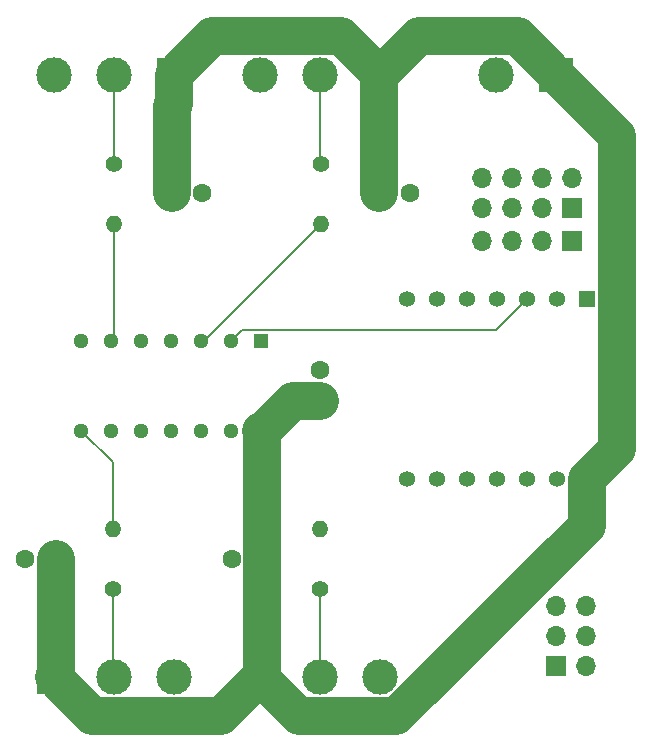
<source format=gbr>
%TF.GenerationSoftware,KiCad,Pcbnew,8.0.2*%
%TF.CreationDate,2024-06-01T13:56:36-03:00*%
%TF.ProjectId,Porthole Controller,506f7274-686f-46c6-9520-436f6e74726f,1*%
%TF.SameCoordinates,Original*%
%TF.FileFunction,Copper,L1,Top*%
%TF.FilePolarity,Positive*%
%FSLAX46Y46*%
G04 Gerber Fmt 4.6, Leading zero omitted, Abs format (unit mm)*
G04 Created by KiCad (PCBNEW 8.0.2) date 2024-06-01 13:56:36*
%MOMM*%
%LPD*%
G01*
G04 APERTURE LIST*
%TA.AperFunction,ComponentPad*%
%ADD10R,3.000000X3.000000*%
%TD*%
%TA.AperFunction,ComponentPad*%
%ADD11C,3.000000*%
%TD*%
%TA.AperFunction,ComponentPad*%
%ADD12R,1.700000X1.700000*%
%TD*%
%TA.AperFunction,ComponentPad*%
%ADD13O,1.700000X1.700000*%
%TD*%
%TA.AperFunction,ComponentPad*%
%ADD14R,1.600000X1.600000*%
%TD*%
%TA.AperFunction,ComponentPad*%
%ADD15C,1.600000*%
%TD*%
%TA.AperFunction,ComponentPad*%
%ADD16C,1.400000*%
%TD*%
%TA.AperFunction,ComponentPad*%
%ADD17O,1.400000X1.400000*%
%TD*%
%TA.AperFunction,ComponentPad*%
%ADD18R,1.295400X1.295400*%
%TD*%
%TA.AperFunction,ComponentPad*%
%ADD19C,1.295400*%
%TD*%
%TA.AperFunction,ComponentPad*%
%ADD20R,1.358000X1.358000*%
%TD*%
%TA.AperFunction,ComponentPad*%
%ADD21C,1.358000*%
%TD*%
%TA.AperFunction,Conductor*%
%ADD22C,3.175000*%
%TD*%
%TA.AperFunction,Conductor*%
%ADD23C,0.200000*%
%TD*%
G04 APERTURE END LIST*
D10*
%TO.P,J4,1,Pin_1*%
%TO.N,5V*%
X164920000Y-133500000D03*
D11*
%TO.P,J4,2,Pin_2*%
%TO.N,STRIP4*%
X170000000Y-133500000D03*
%TO.P,J4,3,Pin_3*%
%TO.N,GND*%
X175080000Y-133500000D03*
%TD*%
D12*
%TO.P,J8,1,Pin_1*%
%TO.N,D0*%
X191300000Y-96525000D03*
D13*
%TO.P,J8,2,Pin_2*%
%TO.N,D1*%
X188760000Y-96525000D03*
%TO.P,J8,3,Pin_3*%
%TO.N,D4*%
X186220000Y-96525000D03*
%TO.P,J8,4,Pin_4*%
%TO.N,D5*%
X183680000Y-96525000D03*
%TD*%
D14*
%TO.P,C2,1*%
%TO.N,5V*%
X175080000Y-92500000D03*
D15*
%TO.P,C2,2*%
%TO.N,GND*%
X177580000Y-92500000D03*
%TD*%
D10*
%TO.P,J1,1,Pin_1*%
%TO.N,5V*%
X175080000Y-82500000D03*
D11*
%TO.P,J1,2,Pin_2*%
%TO.N,STRIP1*%
X170000000Y-82500000D03*
%TO.P,J1,3,Pin_3*%
%TO.N,GND*%
X164920000Y-82500000D03*
%TD*%
D10*
%TO.P,J3,1,Pin_1*%
%TO.N,5V*%
X147420000Y-133500000D03*
D11*
%TO.P,J3,2,Pin_2*%
%TO.N,STRIP3*%
X152500000Y-133500000D03*
%TO.P,J3,3,Pin_3*%
%TO.N,GND*%
X157580000Y-133500000D03*
%TD*%
D14*
%TO.P,C3,1*%
%TO.N,5V*%
X157500000Y-92500000D03*
D15*
%TO.P,C3,2*%
%TO.N,GND*%
X160000000Y-92500000D03*
%TD*%
D12*
%TO.P,J6,1,Pin_1*%
%TO.N,3.3V*%
X191300000Y-93790000D03*
D13*
%TO.P,J6,2,Pin_2*%
%TO.N,GND*%
X191300000Y-91250000D03*
%TO.P,J6,3,Pin_3*%
%TO.N,3.3V*%
X188760000Y-93790000D03*
%TO.P,J6,4,Pin_4*%
%TO.N,GND*%
X188760000Y-91250000D03*
%TO.P,J6,5,Pin_5*%
%TO.N,3.3V*%
X186220000Y-93790000D03*
%TO.P,J6,6,Pin_6*%
%TO.N,GND*%
X186220000Y-91250000D03*
%TO.P,J6,7,Pin_7*%
%TO.N,3.3V*%
X183680000Y-93790000D03*
%TO.P,J6,8,Pin_8*%
%TO.N,GND*%
X183680000Y-91250000D03*
%TD*%
D14*
%TO.P,C5,1*%
%TO.N,5V*%
X165000000Y-123500000D03*
D15*
%TO.P,C5,2*%
%TO.N,GND*%
X162500000Y-123500000D03*
%TD*%
D16*
%TO.P,R1,1*%
%TO.N,STRIP1*%
X170080000Y-90000000D03*
D17*
%TO.P,R1,2*%
%TO.N,Net-(U2-1Y)*%
X170080000Y-95080000D03*
%TD*%
D12*
%TO.P,J5,1,Pin_1*%
%TO.N,GND*%
X189960000Y-132540000D03*
D13*
%TO.P,J5,2,Pin_2*%
X192500000Y-132540000D03*
%TO.P,J5,3,Pin_3*%
%TO.N,WS*%
X189960000Y-130000000D03*
%TO.P,J5,4,Pin_4*%
%TO.N,3.3V*%
X192500000Y-130000000D03*
%TO.P,J5,5,Pin_5*%
%TO.N,SCK*%
X189960000Y-127460000D03*
%TO.P,J5,6,Pin_6*%
%TO.N,SD*%
X192500000Y-127460000D03*
%TD*%
D16*
%TO.P,R3,1*%
%TO.N,STRIP3*%
X152420000Y-126000000D03*
D17*
%TO.P,R3,2*%
%TO.N,Net-(U2-3Y)*%
X152420000Y-120920000D03*
%TD*%
D18*
%TO.P,U2,1,1~{OE}*%
%TO.N,GND*%
X165000000Y-105000000D03*
D19*
%TO.P,U2,2,1A*%
%TO.N,D2*%
X162460000Y-105000000D03*
%TO.P,U2,3,1Y*%
%TO.N,Net-(U2-1Y)*%
X159920000Y-105000000D03*
%TO.P,U2,4,2~{OE}*%
%TO.N,GND*%
X157380000Y-105000000D03*
%TO.P,U2,5,2A*%
%TO.N,D3*%
X154840000Y-105000000D03*
%TO.P,U2,6,2Y*%
%TO.N,Net-(U2-2Y)*%
X152300000Y-105000000D03*
%TO.P,U2,7,GND*%
%TO.N,GND*%
X149760000Y-105000000D03*
%TO.P,U2,8,3Y*%
%TO.N,Net-(U2-3Y)*%
X149760000Y-112620000D03*
%TO.P,U2,9,3A*%
%TO.N,D6*%
X152300000Y-112620000D03*
%TO.P,U2,10,3~{OE}*%
%TO.N,GND*%
X154840000Y-112620000D03*
%TO.P,U2,11,4Y*%
%TO.N,Net-(U2-4Y)*%
X157380000Y-112620000D03*
%TO.P,U2,12,4A*%
%TO.N,D7*%
X159920000Y-112620000D03*
%TO.P,U2,13,4~{OE}*%
%TO.N,GND*%
X162460000Y-112620000D03*
%TO.P,U2,14,VCC*%
%TO.N,5V*%
X165000000Y-112620000D03*
%TD*%
D10*
%TO.P,J7,1,Pin_1*%
%TO.N,5V*%
X190000000Y-82500000D03*
D11*
%TO.P,J7,2,Pin_2*%
%TO.N,GND*%
X184920000Y-82500000D03*
%TD*%
D15*
%TO.P,C1,1*%
%TO.N,5V*%
X170000000Y-110000000D03*
%TO.P,C1,2*%
%TO.N,GND*%
X170000000Y-107500000D03*
%TD*%
D14*
%TO.P,C4,1*%
%TO.N,5V*%
X147500000Y-123500000D03*
D15*
%TO.P,C4,2*%
%TO.N,GND*%
X145000000Y-123500000D03*
%TD*%
D16*
%TO.P,R4,1*%
%TO.N,STRIP4*%
X170000000Y-126000000D03*
D17*
%TO.P,R4,2*%
%TO.N,Net-(U2-4Y)*%
X170000000Y-120920000D03*
%TD*%
D16*
%TO.P,R2,1*%
%TO.N,STRIP2*%
X152580000Y-90000000D03*
D17*
%TO.P,R2,2*%
%TO.N,Net-(U2-2Y)*%
X152580000Y-95080000D03*
%TD*%
D20*
%TO.P,U1,1,D0*%
%TO.N,D0*%
X192556500Y-101457500D03*
D21*
%TO.P,U1,2,D1*%
%TO.N,D1*%
X190016500Y-101457500D03*
%TO.P,U1,3,D2*%
%TO.N,D2*%
X187476500Y-101457500D03*
%TO.P,U1,4,D3*%
%TO.N,D3*%
X184936500Y-101457500D03*
%TO.P,U1,5,D4*%
%TO.N,D4*%
X182396500Y-101457500D03*
%TO.P,U1,6,D5*%
%TO.N,D5*%
X179856500Y-101457500D03*
%TO.P,U1,7,TX_D6*%
%TO.N,D6*%
X177316500Y-101457500D03*
%TO.P,U1,8,RX_D7*%
%TO.N,D7*%
X177316500Y-116697500D03*
%TO.P,U1,9,D8*%
%TO.N,WS*%
X179856500Y-116697500D03*
%TO.P,U1,10,D9*%
%TO.N,SCK*%
X182396500Y-116697500D03*
%TO.P,U1,11,D10*%
%TO.N,SD*%
X184936500Y-116697500D03*
%TO.P,U1,12,VCC_3V3*%
%TO.N,3.3V*%
X187476500Y-116697500D03*
%TO.P,U1,13,GND*%
%TO.N,GND*%
X190016500Y-116697500D03*
%TO.P,U1,14,VUSB*%
%TO.N,5V*%
X192556500Y-116697500D03*
%TD*%
D10*
%TO.P,J2,1,Pin_1*%
%TO.N,5V*%
X157580000Y-82500000D03*
D11*
%TO.P,J2,2,Pin_2*%
%TO.N,STRIP2*%
X152500000Y-82500000D03*
%TO.P,J2,3,Pin_3*%
%TO.N,GND*%
X147420000Y-82500000D03*
%TD*%
D22*
%TO.N,5V*%
X195137500Y-87637500D02*
X195137500Y-114116500D01*
X147420000Y-133500000D02*
X147587500Y-133332500D01*
X174992500Y-82587500D02*
X174992500Y-92500000D01*
X192556500Y-116697500D02*
X192556500Y-120672728D01*
X190000000Y-82500000D02*
X195137500Y-87637500D01*
X147587500Y-133332500D02*
X147587500Y-123500000D01*
X157580000Y-82500000D02*
X157580000Y-84920000D01*
X178367500Y-79212500D02*
X175080000Y-82500000D01*
X165087500Y-112707500D02*
X165087500Y-133332500D01*
X190000000Y-82500000D02*
X186712500Y-79212500D01*
X186712500Y-79212500D02*
X178367500Y-79212500D01*
X167707500Y-110087500D02*
X170000000Y-110087500D01*
X164920000Y-133500000D02*
X161632500Y-136787500D01*
X175080000Y-82500000D02*
X171792500Y-79212500D01*
X171792500Y-79212500D02*
X160867500Y-79212500D01*
X165087500Y-133332500D02*
X164920000Y-133500000D01*
X165087500Y-112707500D02*
X167707500Y-110087500D01*
X157412500Y-85087500D02*
X157412500Y-92500000D01*
X195137500Y-114116500D02*
X192556500Y-116697500D01*
X160867500Y-79212500D02*
X157580000Y-82500000D01*
X176441728Y-136787500D02*
X168207500Y-136787500D01*
X192556500Y-120672728D02*
X176441728Y-136787500D01*
X175080000Y-82500000D02*
X174992500Y-82587500D01*
X150707500Y-136787500D02*
X147420000Y-133500000D01*
X161632500Y-136787500D02*
X150707500Y-136787500D01*
X168207500Y-136787500D02*
X164920000Y-133500000D01*
X165000000Y-112620000D02*
X165087500Y-112707500D01*
X157580000Y-84920000D02*
X157412500Y-85087500D01*
D23*
%TO.N,STRIP1*%
X170000000Y-82500000D02*
X170000000Y-89920000D01*
X170000000Y-89920000D02*
X170080000Y-90000000D01*
%TO.N,STRIP2*%
X152500000Y-82500000D02*
X152500000Y-85000000D01*
X152580000Y-85080000D02*
X152580000Y-90000000D01*
X152500000Y-85000000D02*
X152580000Y-85080000D01*
%TO.N,STRIP3*%
X152420000Y-133420000D02*
X152500000Y-133500000D01*
X152420000Y-126000000D02*
X152420000Y-133420000D01*
%TO.N,STRIP4*%
X170000000Y-126000000D02*
X170000000Y-133500000D01*
%TO.N,Net-(U2-1Y)*%
X170080000Y-95080000D02*
X160160000Y-105000000D01*
X160160000Y-105000000D02*
X159920000Y-105000000D01*
%TO.N,Net-(U2-2Y)*%
X152580000Y-104720000D02*
X152300000Y-105000000D01*
X152580000Y-95080000D02*
X152580000Y-104720000D01*
%TO.N,Net-(U2-3Y)*%
X152420000Y-120920000D02*
X152420000Y-115280000D01*
X152420000Y-115280000D02*
X149760000Y-112620000D01*
%TO.N,D2*%
X163407700Y-104052300D02*
X184881700Y-104052300D01*
X162460000Y-105000000D02*
X163407700Y-104052300D01*
X184881700Y-104052300D02*
X187476500Y-101457500D01*
%TD*%
M02*

</source>
